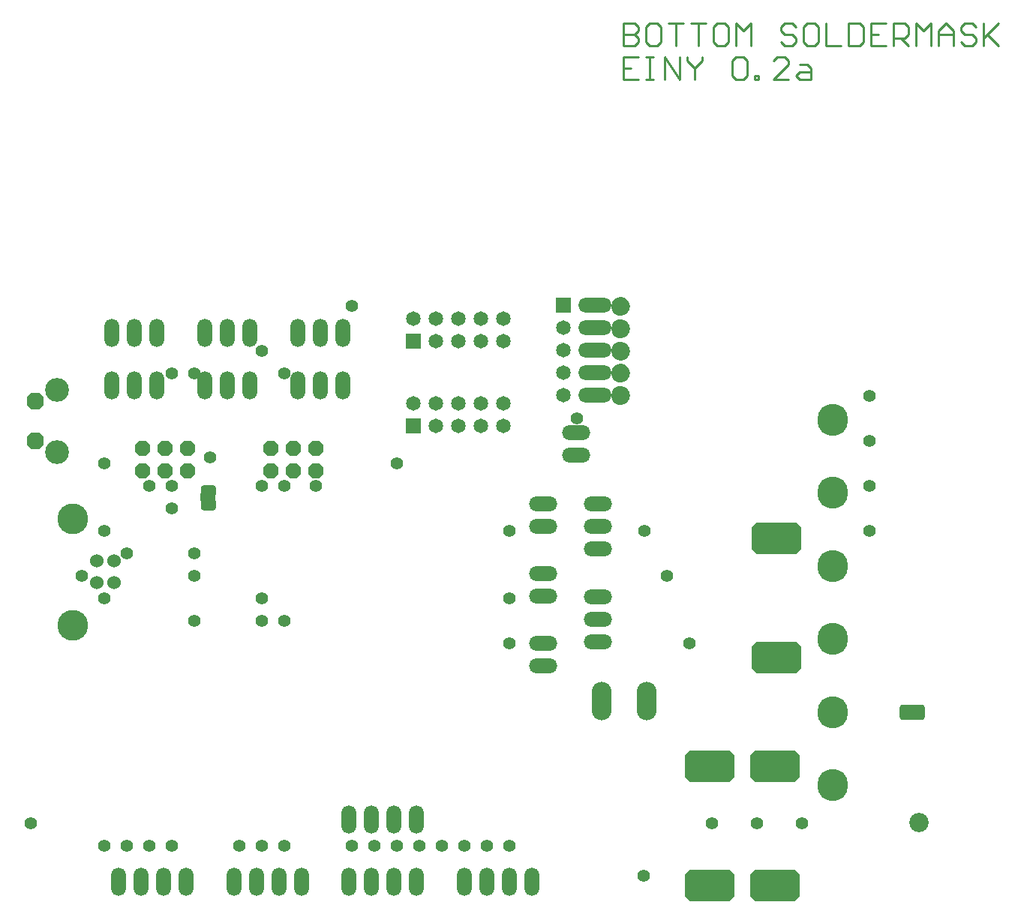
<source format=gbs>
G04 Layer_Color=16711935*
%FSLAX25Y25*%
%MOIN*%
G70*
G01*
G75*
%ADD48C,0.06000*%
%ADD67C,0.01000*%
G04:AMPARAMS|DCode=236|XSize=56mil|YSize=56mil|CornerRadius=28mil|HoleSize=0mil|Usage=FLASHONLY|Rotation=90.000|XOffset=0mil|YOffset=0mil|HoleType=Round|Shape=RoundedRectangle|*
%AMROUNDEDRECTD236*
21,1,0.05600,0.00000,0,0,90.0*
21,1,0.00000,0.05600,0,0,90.0*
1,1,0.05600,0.00000,0.00000*
1,1,0.05600,0.00000,0.00000*
1,1,0.05600,0.00000,0.00000*
1,1,0.05600,0.00000,0.00000*
%
%ADD236ROUNDEDRECTD236*%
%ADD245C,0.13650*%
%ADD246C,0.06506*%
%ADD247R,0.06506X0.06506*%
%ADD248O,0.08850X0.17100*%
%ADD249O,0.13600X0.14200*%
%ADD250R,0.06506X0.06506*%
%ADD251O,0.14773X0.06506*%
G04:AMPARAMS|DCode=252|XSize=139mil|YSize=89mil|CornerRadius=0mil|HoleSize=0mil|Usage=FLASHONLY|Rotation=270.000|XOffset=0mil|YOffset=0mil|HoleType=Round|Shape=Octagon|*
%AMOCTAGOND252*
4,1,8,-0.02225,-0.06950,0.02225,-0.06950,0.04450,-0.04725,0.04450,0.04725,0.02225,0.06950,-0.02225,0.06950,-0.04450,0.04725,-0.04450,-0.04725,-0.02225,-0.06950,0.0*
%
%ADD252OCTAGOND252*%

%ADD253P,0.07360X8X22.5*%
%ADD254C,0.10600*%
%ADD255P,0.08226X8X292.5*%
%ADD256O,0.12600X0.06600*%
%ADD257O,0.06600X0.12600*%
%ADD258C,0.08600*%
%ADD259C,0.04200*%
%ADD260R,0.07045X0.03543*%
%ADD261R,0.03543X0.07045*%
G04:AMPARAMS|DCode=262|XSize=52mil|YSize=69mil|CornerRadius=14.5mil|HoleSize=0mil|Usage=FLASHONLY|Rotation=270.000|XOffset=0mil|YOffset=0mil|HoleType=Round|Shape=RoundedRectangle|*
%AMROUNDEDRECTD262*
21,1,0.05200,0.04000,0,0,270.0*
21,1,0.02300,0.06900,0,0,270.0*
1,1,0.02900,-0.02000,-0.01150*
1,1,0.02900,-0.02000,0.01150*
1,1,0.02900,0.02000,0.01150*
1,1,0.02900,0.02000,-0.01150*
%
%ADD262ROUNDEDRECTD262*%
G04:AMPARAMS|DCode=263|XSize=52mil|YSize=69mil|CornerRadius=14.5mil|HoleSize=0mil|Usage=FLASHONLY|Rotation=180.000|XOffset=0mil|YOffset=0mil|HoleType=Round|Shape=RoundedRectangle|*
%AMROUNDEDRECTD263*
21,1,0.05200,0.04000,0,0,180.0*
21,1,0.02300,0.06900,0,0,180.0*
1,1,0.02900,-0.01150,0.02000*
1,1,0.02900,0.01150,0.02000*
1,1,0.02900,0.01150,-0.02000*
1,1,0.02900,-0.01150,-0.02000*
%
%ADD263ROUNDEDRECTD263*%
G04:AMPARAMS|DCode=264|XSize=56mil|YSize=56mil|CornerRadius=28mil|HoleSize=0mil|Usage=FLASHONLY|Rotation=180.000|XOffset=0mil|YOffset=0mil|HoleType=Round|Shape=RoundedRectangle|*
%AMROUNDEDRECTD264*
21,1,0.05600,0.00000,0,0,180.0*
21,1,0.00000,0.05600,0,0,180.0*
1,1,0.05600,0.00000,0.00000*
1,1,0.05600,0.00000,0.00000*
1,1,0.05600,0.00000,0.00000*
1,1,0.05600,0.00000,0.00000*
%
%ADD264ROUNDEDRECTD264*%
G36*
X344305Y60161D02*
X335205D01*
Y74061D01*
X344305D01*
Y60161D01*
D02*
G37*
G36*
X315300Y7200D02*
X306200D01*
Y21100D01*
X315300D01*
Y7200D01*
D02*
G37*
G36*
X344305Y7161D02*
X335205D01*
Y21061D01*
X344305D01*
Y7161D01*
D02*
G37*
G36*
X344805Y161461D02*
X335705D01*
Y175361D01*
X344805D01*
Y161461D01*
D02*
G37*
G36*
Y108461D02*
X335705D01*
Y122361D01*
X344805D01*
Y108461D01*
D02*
G37*
G36*
X315300Y60200D02*
X306200D01*
Y74100D01*
X315300D01*
Y60200D01*
D02*
G37*
G54D48*
X38284Y148568D02*
D03*
Y158490D02*
D03*
X46184D02*
D03*
Y148568D02*
D03*
G54D67*
X279165Y382497D02*
X272500D01*
Y372500D01*
X279165D01*
X272500Y377498D02*
X275832D01*
X282497Y382497D02*
X285829D01*
X284163D01*
Y372500D01*
X282497D01*
X285829D01*
X290827D02*
Y382497D01*
X297492Y372500D01*
Y382497D01*
X300824D02*
Y380831D01*
X304156Y377498D01*
X307489Y380831D01*
Y382497D01*
X304156Y377498D02*
Y372500D01*
X320818Y380831D02*
X322484Y382497D01*
X325816D01*
X327482Y380831D01*
Y374166D01*
X325816Y372500D01*
X322484D01*
X320818Y374166D01*
Y380831D01*
X330815Y372500D02*
Y374166D01*
X332481D01*
Y372500D01*
X330815D01*
X345810D02*
X339145D01*
X345810Y379165D01*
Y380831D01*
X344144Y382497D01*
X340811D01*
X339145Y380831D01*
X350808Y379165D02*
X354140D01*
X355806Y377498D01*
Y372500D01*
X350808D01*
X349142Y374166D01*
X350808Y375832D01*
X355806D01*
X272500Y397497D02*
Y387500D01*
X277498D01*
X279165Y389166D01*
Y390832D01*
X277498Y392498D01*
X272500D01*
X277498D01*
X279165Y394164D01*
Y395831D01*
X277498Y397497D01*
X272500D01*
X287495D02*
X284163D01*
X282497Y395831D01*
Y389166D01*
X284163Y387500D01*
X287495D01*
X289161Y389166D01*
Y395831D01*
X287495Y397497D01*
X292494D02*
X299158D01*
X295826D01*
Y387500D01*
X302490Y397497D02*
X309155D01*
X305823D01*
Y387500D01*
X317485Y397497D02*
X314153D01*
X312487Y395831D01*
Y389166D01*
X314153Y387500D01*
X317485D01*
X319152Y389166D01*
Y395831D01*
X317485Y397497D01*
X322484Y387500D02*
Y397497D01*
X325816Y394164D01*
X329148Y397497D01*
Y387500D01*
X349142Y395831D02*
X347476Y397497D01*
X344144D01*
X342477Y395831D01*
Y394164D01*
X344144Y392498D01*
X347476D01*
X349142Y390832D01*
Y389166D01*
X347476Y387500D01*
X344144D01*
X342477Y389166D01*
X357472Y397497D02*
X354140D01*
X352474Y395831D01*
Y389166D01*
X354140Y387500D01*
X357472D01*
X359139Y389166D01*
Y395831D01*
X357472Y397497D01*
X362471D02*
Y387500D01*
X369135D01*
X372468Y397497D02*
Y387500D01*
X377466D01*
X379132Y389166D01*
Y395831D01*
X377466Y397497D01*
X372468D01*
X389129D02*
X382465D01*
Y387500D01*
X389129D01*
X382465Y392498D02*
X385797D01*
X392461Y387500D02*
Y397497D01*
X397460D01*
X399126Y395831D01*
Y392498D01*
X397460Y390832D01*
X392461D01*
X395794D02*
X399126Y387500D01*
X402458D02*
Y397497D01*
X405790Y394164D01*
X409123Y397497D01*
Y387500D01*
X412455D02*
Y394164D01*
X415787Y397497D01*
X419119Y394164D01*
Y387500D01*
Y392498D01*
X412455D01*
X429116Y395831D02*
X427450Y397497D01*
X424118D01*
X422452Y395831D01*
Y394164D01*
X424118Y392498D01*
X427450D01*
X429116Y390832D01*
Y389166D01*
X427450Y387500D01*
X424118D01*
X422452Y389166D01*
X432448Y397497D02*
Y387500D01*
Y390832D01*
X439113Y397497D01*
X434115Y392498D01*
X439113Y387500D01*
G54D236*
X281600Y171600D02*
D03*
X291600Y151600D02*
D03*
X301600Y121600D02*
D03*
X191600Y31600D02*
D03*
X211600D02*
D03*
X201600D02*
D03*
X221600D02*
D03*
X151600D02*
D03*
X171600D02*
D03*
X161600D02*
D03*
X181600D02*
D03*
X71600D02*
D03*
X111600D02*
D03*
X101600D02*
D03*
X121600D02*
D03*
X9000Y41600D02*
D03*
X281300Y18400D02*
D03*
X221600Y121600D02*
D03*
X251600Y221600D02*
D03*
X51600Y31600D02*
D03*
X41600D02*
D03*
X61600D02*
D03*
G54D245*
X27584Y129868D02*
D03*
Y177190D02*
D03*
G54D246*
X219000Y266000D02*
D03*
Y256000D02*
D03*
X209000Y266000D02*
D03*
Y256000D02*
D03*
X199000Y266000D02*
D03*
Y256000D02*
D03*
X189000Y266000D02*
D03*
Y256000D02*
D03*
X179000Y266000D02*
D03*
X245568Y262171D02*
D03*
Y252171D02*
D03*
Y242171D02*
D03*
Y232171D02*
D03*
X219000Y228500D02*
D03*
Y218500D02*
D03*
X209000Y228500D02*
D03*
Y218500D02*
D03*
X199000Y228500D02*
D03*
Y218500D02*
D03*
X189000Y228500D02*
D03*
Y218500D02*
D03*
X179000Y228500D02*
D03*
G54D247*
Y256000D02*
D03*
Y218500D02*
D03*
G54D248*
X282700Y95900D02*
D03*
X262700D02*
D03*
G54D249*
X365300Y221050D02*
D03*
Y188550D02*
D03*
Y156050D02*
D03*
Y123550D02*
D03*
Y91050D02*
D03*
Y58550D02*
D03*
G54D250*
X245568Y272171D02*
D03*
G54D251*
X259702D02*
D03*
Y262171D02*
D03*
Y252171D02*
D03*
Y242171D02*
D03*
Y232171D02*
D03*
G54D252*
X346500Y14100D02*
D03*
X333100D02*
D03*
Y67100D02*
D03*
X346500D02*
D03*
X317495Y67139D02*
D03*
X304095D02*
D03*
Y14139D02*
D03*
X317495D02*
D03*
X333600Y168400D02*
D03*
X347000D02*
D03*
Y115400D02*
D03*
X333600D02*
D03*
G54D253*
X78553Y208356D02*
D03*
Y198356D02*
D03*
X68553Y208356D02*
D03*
Y198356D02*
D03*
X58553Y208356D02*
D03*
Y198356D02*
D03*
X135813Y208356D02*
D03*
Y198356D02*
D03*
X125813Y208356D02*
D03*
Y198356D02*
D03*
X115813Y208356D02*
D03*
Y198356D02*
D03*
G54D254*
X20673Y206698D02*
D03*
Y234298D02*
D03*
G54D255*
X10873Y211598D02*
D03*
Y229398D02*
D03*
G54D256*
X251500Y215300D02*
D03*
Y205300D02*
D03*
X236639Y173765D02*
D03*
Y183765D02*
D03*
Y142663D02*
D03*
Y152663D02*
D03*
X261000Y183700D02*
D03*
Y173700D02*
D03*
Y163700D02*
D03*
X260900Y142300D02*
D03*
Y132300D02*
D03*
Y122300D02*
D03*
X236639Y111561D02*
D03*
Y121561D02*
D03*
G54D257*
X201600Y15813D02*
D03*
X211600D02*
D03*
X221600D02*
D03*
X231600D02*
D03*
X147820Y236246D02*
D03*
X137820D02*
D03*
X127821D02*
D03*
X150380Y43332D02*
D03*
X160380D02*
D03*
X170379D02*
D03*
X180379D02*
D03*
X150380Y15773D02*
D03*
X160380D02*
D03*
X170379D02*
D03*
X180379D02*
D03*
X99198D02*
D03*
X109198D02*
D03*
X119198D02*
D03*
X129198D02*
D03*
X48017D02*
D03*
X58017D02*
D03*
X68017D02*
D03*
X78017D02*
D03*
X127821Y259868D02*
D03*
X137820D02*
D03*
X147820D02*
D03*
X86482D02*
D03*
X96482D02*
D03*
X106482D02*
D03*
X45143D02*
D03*
X55143D02*
D03*
X65143D02*
D03*
Y236246D02*
D03*
X55143D02*
D03*
X45143D02*
D03*
X106482D02*
D03*
X96482D02*
D03*
X86482D02*
D03*
G54D258*
X403667Y42151D02*
D03*
G54D259*
X272864Y271580D02*
X272635Y272510D01*
X272000Y273226D01*
X271105Y273566D01*
X270155Y273450D01*
X269367Y272907D01*
X268922Y272059D01*
Y271102D01*
X269367Y270254D01*
X270155Y269710D01*
X271105Y269595D01*
X272000Y269934D01*
X272635Y270651D01*
X272864Y271580D01*
Y261689D02*
X272635Y262618D01*
X272000Y263334D01*
X271105Y263674D01*
X270155Y263559D01*
X269367Y263015D01*
X268922Y262167D01*
Y261210D01*
X269367Y260362D01*
X270155Y259819D01*
X271105Y259703D01*
X272000Y260043D01*
X272635Y260759D01*
X272864Y261689D01*
Y251797D02*
X272635Y252726D01*
X272000Y253443D01*
X271105Y253782D01*
X270155Y253667D01*
X269367Y253123D01*
X268922Y252275D01*
Y251318D01*
X269367Y250471D01*
X270155Y249927D01*
X271105Y249811D01*
X272000Y250151D01*
X272635Y250867D01*
X272864Y251797D01*
Y241905D02*
X272635Y242835D01*
X272000Y243551D01*
X271105Y243891D01*
X270155Y243775D01*
X269367Y243231D01*
X268922Y242384D01*
Y241426D01*
X269367Y240579D01*
X270155Y240035D01*
X271105Y239920D01*
X272000Y240259D01*
X272635Y240976D01*
X272864Y241905D01*
Y232013D02*
X272635Y232943D01*
X272000Y233659D01*
X271105Y233999D01*
X270155Y233883D01*
X269367Y233340D01*
X268922Y232492D01*
Y231535D01*
X269367Y230687D01*
X270155Y230143D01*
X271105Y230028D01*
X272000Y230367D01*
X272635Y231084D01*
X272864Y232013D01*
G54D260*
X87841Y186639D02*
D03*
G54D261*
X400798Y91078D02*
D03*
G54D262*
X87919Y183541D02*
D03*
Y189541D02*
D03*
G54D263*
X397700Y91000D02*
D03*
X403700D02*
D03*
G54D264*
X351600Y41600D02*
D03*
X331600D02*
D03*
X311600D02*
D03*
X88600Y204300D02*
D03*
X151600Y271600D02*
D03*
X31600Y151600D02*
D03*
X41600Y141600D02*
D03*
X71600Y191600D02*
D03*
X41600Y201600D02*
D03*
X61600Y191600D02*
D03*
X71600Y181600D02*
D03*
X121600Y241600D02*
D03*
X111600Y251600D02*
D03*
X81600Y241600D02*
D03*
X71600D02*
D03*
X135813Y191800D02*
D03*
X171600Y201600D02*
D03*
X121600Y191600D02*
D03*
X111600D02*
D03*
X221600Y171600D02*
D03*
Y141600D02*
D03*
X381600Y211600D02*
D03*
Y171600D02*
D03*
Y231600D02*
D03*
Y191600D02*
D03*
X81600Y131600D02*
D03*
Y151600D02*
D03*
Y161600D02*
D03*
X51600D02*
D03*
X41600Y171600D02*
D03*
X111600Y141600D02*
D03*
X121600Y131600D02*
D03*
X111600D02*
D03*
M02*

</source>
